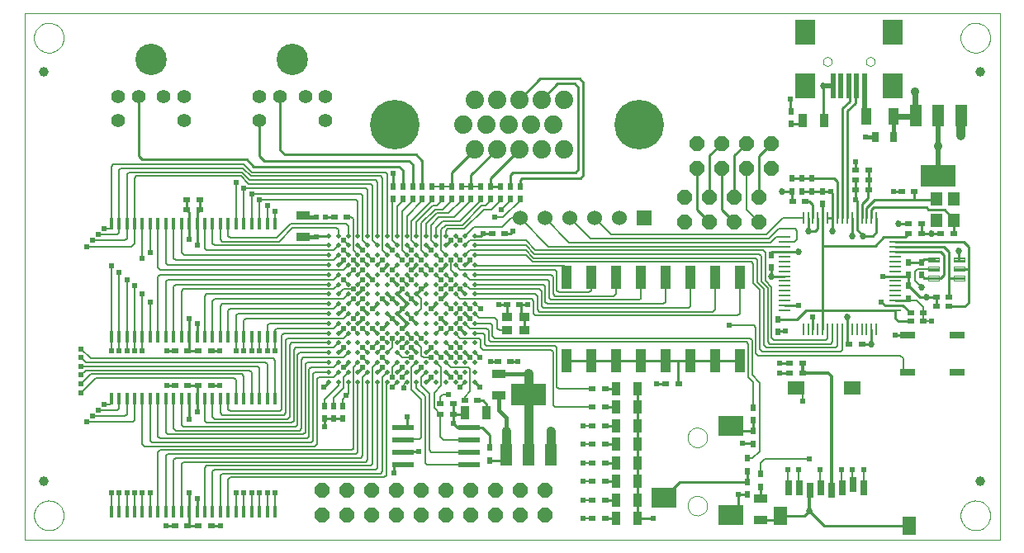
<source format=gtl>
G75*
G70*
%OFA0B0*%
%FSLAX24Y24*%
%IPPOS*%
%LPD*%
%AMOC8*
5,1,8,0,0,1.08239X$1,22.5*
%
%ADD10C,0.0000*%
%ADD11R,0.0870X0.0240*%
%ADD12R,0.0106X0.0472*%
%ADD13R,0.0472X0.0106*%
%ADD14R,0.0276X0.0236*%
%ADD15R,0.0236X0.0276*%
%ADD16R,0.0197X0.0984*%
%ADD17R,0.0787X0.0984*%
%ADD18R,0.0472X0.0551*%
%ADD19C,0.0043*%
%ADD20R,0.0709X0.0551*%
%ADD21R,0.0551X0.0748*%
%ADD22R,0.0315X0.0591*%
%ADD23R,0.0354X0.0551*%
%ADD24R,0.0433X0.0354*%
%ADD25R,0.0551X0.0354*%
%ADD26R,0.0157X0.0512*%
%ADD27C,0.0197*%
%ADD28C,0.0554*%
%ADD29C,0.1266*%
%ADD30OC8,0.0600*%
%ADD31C,0.0740*%
%ADD32C,0.2000*%
%ADD33R,0.0480X0.0880*%
%ADD34R,0.1417X0.0866*%
%ADD35R,0.0315X0.0394*%
%ADD36R,0.0600X0.0600*%
%ADD37C,0.0600*%
%ADD38R,0.0600X0.0300*%
%ADD39R,0.0984X0.0787*%
%ADD40R,0.0445X0.0961*%
%ADD41R,0.0394X0.0709*%
%ADD42C,0.0394*%
%ADD43C,0.0100*%
%ADD44C,0.0270*%
%ADD45C,0.0238*%
%ADD46C,0.0200*%
%ADD47C,0.0356*%
%ADD48C,0.0080*%
%ADD49C,0.0070*%
%ADD50C,0.0360*%
%ADD51C,0.0160*%
%ADD52C,0.0120*%
%ADD53C,0.0060*%
%ADD54C,0.0240*%
D10*
X000150Y001988D02*
X000150Y023248D01*
X039520Y023248D01*
X039520Y001988D01*
X000150Y001988D01*
X000534Y002973D02*
X000536Y003022D01*
X000542Y003070D01*
X000552Y003118D01*
X000566Y003165D01*
X000583Y003211D01*
X000604Y003255D01*
X000629Y003297D01*
X000657Y003337D01*
X000689Y003375D01*
X000723Y003410D01*
X000760Y003442D01*
X000799Y003471D01*
X000841Y003497D01*
X000885Y003519D01*
X000930Y003537D01*
X000977Y003552D01*
X001024Y003563D01*
X001073Y003570D01*
X001122Y003573D01*
X001171Y003572D01*
X001219Y003567D01*
X001268Y003558D01*
X001315Y003545D01*
X001361Y003528D01*
X001405Y003508D01*
X001448Y003484D01*
X001489Y003457D01*
X001527Y003426D01*
X001563Y003393D01*
X001595Y003357D01*
X001625Y003318D01*
X001652Y003277D01*
X001675Y003233D01*
X001694Y003188D01*
X001710Y003142D01*
X001722Y003095D01*
X001730Y003046D01*
X001734Y002997D01*
X001734Y002949D01*
X001730Y002900D01*
X001722Y002851D01*
X001710Y002804D01*
X001694Y002758D01*
X001675Y002713D01*
X001652Y002669D01*
X001625Y002628D01*
X001595Y002589D01*
X001563Y002553D01*
X001527Y002520D01*
X001489Y002489D01*
X001448Y002462D01*
X001405Y002438D01*
X001361Y002418D01*
X001315Y002401D01*
X001268Y002388D01*
X001219Y002379D01*
X001171Y002374D01*
X001122Y002373D01*
X001073Y002376D01*
X001024Y002383D01*
X000977Y002394D01*
X000930Y002409D01*
X000885Y002427D01*
X000841Y002449D01*
X000799Y002475D01*
X000760Y002504D01*
X000723Y002536D01*
X000689Y002571D01*
X000657Y002609D01*
X000629Y002649D01*
X000604Y002691D01*
X000583Y002735D01*
X000566Y002781D01*
X000552Y002828D01*
X000542Y002876D01*
X000536Y002924D01*
X000534Y002973D01*
X026921Y003366D02*
X026923Y003405D01*
X026929Y003444D01*
X026939Y003482D01*
X026952Y003519D01*
X026969Y003554D01*
X026989Y003588D01*
X027013Y003619D01*
X027040Y003648D01*
X027069Y003674D01*
X027101Y003697D01*
X027135Y003717D01*
X027171Y003733D01*
X027208Y003745D01*
X027247Y003754D01*
X027286Y003759D01*
X027325Y003760D01*
X027364Y003757D01*
X027403Y003750D01*
X027440Y003739D01*
X027477Y003725D01*
X027512Y003707D01*
X027545Y003686D01*
X027576Y003661D01*
X027604Y003634D01*
X027629Y003604D01*
X027651Y003571D01*
X027670Y003537D01*
X027685Y003501D01*
X027697Y003463D01*
X027705Y003425D01*
X027709Y003386D01*
X027709Y003346D01*
X027705Y003307D01*
X027697Y003269D01*
X027685Y003231D01*
X027670Y003195D01*
X027651Y003161D01*
X027629Y003128D01*
X027604Y003098D01*
X027576Y003071D01*
X027545Y003046D01*
X027512Y003025D01*
X027477Y003007D01*
X027440Y002993D01*
X027403Y002982D01*
X027364Y002975D01*
X027325Y002972D01*
X027286Y002973D01*
X027247Y002978D01*
X027208Y002987D01*
X027171Y002999D01*
X027135Y003015D01*
X027101Y003035D01*
X027069Y003058D01*
X027040Y003084D01*
X027013Y003113D01*
X026989Y003144D01*
X026969Y003178D01*
X026952Y003213D01*
X026939Y003250D01*
X026929Y003288D01*
X026923Y003327D01*
X026921Y003366D01*
X026921Y006122D02*
X026923Y006161D01*
X026929Y006200D01*
X026939Y006238D01*
X026952Y006275D01*
X026969Y006310D01*
X026989Y006344D01*
X027013Y006375D01*
X027040Y006404D01*
X027069Y006430D01*
X027101Y006453D01*
X027135Y006473D01*
X027171Y006489D01*
X027208Y006501D01*
X027247Y006510D01*
X027286Y006515D01*
X027325Y006516D01*
X027364Y006513D01*
X027403Y006506D01*
X027440Y006495D01*
X027477Y006481D01*
X027512Y006463D01*
X027545Y006442D01*
X027576Y006417D01*
X027604Y006390D01*
X027629Y006360D01*
X027651Y006327D01*
X027670Y006293D01*
X027685Y006257D01*
X027697Y006219D01*
X027705Y006181D01*
X027709Y006142D01*
X027709Y006102D01*
X027705Y006063D01*
X027697Y006025D01*
X027685Y005987D01*
X027670Y005951D01*
X027651Y005917D01*
X027629Y005884D01*
X027604Y005854D01*
X027576Y005827D01*
X027545Y005802D01*
X027512Y005781D01*
X027477Y005763D01*
X027440Y005749D01*
X027403Y005738D01*
X027364Y005731D01*
X027325Y005728D01*
X027286Y005729D01*
X027247Y005734D01*
X027208Y005743D01*
X027171Y005755D01*
X027135Y005771D01*
X027101Y005791D01*
X027069Y005814D01*
X027040Y005840D01*
X027013Y005869D01*
X026989Y005900D01*
X026969Y005934D01*
X026952Y005969D01*
X026939Y006006D01*
X026929Y006044D01*
X026923Y006083D01*
X026921Y006122D01*
X037936Y002973D02*
X037938Y003022D01*
X037944Y003070D01*
X037954Y003118D01*
X037968Y003165D01*
X037985Y003211D01*
X038006Y003255D01*
X038031Y003297D01*
X038059Y003337D01*
X038091Y003375D01*
X038125Y003410D01*
X038162Y003442D01*
X038201Y003471D01*
X038243Y003497D01*
X038287Y003519D01*
X038332Y003537D01*
X038379Y003552D01*
X038426Y003563D01*
X038475Y003570D01*
X038524Y003573D01*
X038573Y003572D01*
X038621Y003567D01*
X038670Y003558D01*
X038717Y003545D01*
X038763Y003528D01*
X038807Y003508D01*
X038850Y003484D01*
X038891Y003457D01*
X038929Y003426D01*
X038965Y003393D01*
X038997Y003357D01*
X039027Y003318D01*
X039054Y003277D01*
X039077Y003233D01*
X039096Y003188D01*
X039112Y003142D01*
X039124Y003095D01*
X039132Y003046D01*
X039136Y002997D01*
X039136Y002949D01*
X039132Y002900D01*
X039124Y002851D01*
X039112Y002804D01*
X039096Y002758D01*
X039077Y002713D01*
X039054Y002669D01*
X039027Y002628D01*
X038997Y002589D01*
X038965Y002553D01*
X038929Y002520D01*
X038891Y002489D01*
X038850Y002462D01*
X038807Y002438D01*
X038763Y002418D01*
X038717Y002401D01*
X038670Y002388D01*
X038621Y002379D01*
X038573Y002374D01*
X038524Y002373D01*
X038475Y002376D01*
X038426Y002383D01*
X038379Y002394D01*
X038332Y002409D01*
X038287Y002427D01*
X038243Y002449D01*
X038201Y002475D01*
X038162Y002504D01*
X038125Y002536D01*
X038091Y002571D01*
X038059Y002609D01*
X038031Y002649D01*
X038006Y002691D01*
X037985Y002735D01*
X037968Y002781D01*
X037954Y002828D01*
X037944Y002876D01*
X037938Y002924D01*
X037936Y002973D01*
X034117Y021305D02*
X034119Y021331D01*
X034125Y021357D01*
X034135Y021382D01*
X034148Y021405D01*
X034164Y021425D01*
X034184Y021443D01*
X034206Y021458D01*
X034229Y021470D01*
X034255Y021478D01*
X034281Y021482D01*
X034307Y021482D01*
X034333Y021478D01*
X034359Y021470D01*
X034383Y021458D01*
X034404Y021443D01*
X034424Y021425D01*
X034440Y021405D01*
X034453Y021382D01*
X034463Y021357D01*
X034469Y021331D01*
X034471Y021305D01*
X034469Y021279D01*
X034463Y021253D01*
X034453Y021228D01*
X034440Y021205D01*
X034424Y021185D01*
X034404Y021167D01*
X034382Y021152D01*
X034359Y021140D01*
X034333Y021132D01*
X034307Y021128D01*
X034281Y021128D01*
X034255Y021132D01*
X034229Y021140D01*
X034205Y021152D01*
X034184Y021167D01*
X034164Y021185D01*
X034148Y021205D01*
X034135Y021228D01*
X034125Y021253D01*
X034119Y021279D01*
X034117Y021305D01*
X032384Y021305D02*
X032386Y021331D01*
X032392Y021357D01*
X032402Y021382D01*
X032415Y021405D01*
X032431Y021425D01*
X032451Y021443D01*
X032473Y021458D01*
X032496Y021470D01*
X032522Y021478D01*
X032548Y021482D01*
X032574Y021482D01*
X032600Y021478D01*
X032626Y021470D01*
X032650Y021458D01*
X032671Y021443D01*
X032691Y021425D01*
X032707Y021405D01*
X032720Y021382D01*
X032730Y021357D01*
X032736Y021331D01*
X032738Y021305D01*
X032736Y021279D01*
X032730Y021253D01*
X032720Y021228D01*
X032707Y021205D01*
X032691Y021185D01*
X032671Y021167D01*
X032649Y021152D01*
X032626Y021140D01*
X032600Y021132D01*
X032574Y021128D01*
X032548Y021128D01*
X032522Y021132D01*
X032496Y021140D01*
X032472Y021152D01*
X032451Y021167D01*
X032431Y021185D01*
X032415Y021205D01*
X032402Y021228D01*
X032392Y021253D01*
X032386Y021279D01*
X032384Y021305D01*
X037936Y022264D02*
X037938Y022313D01*
X037944Y022361D01*
X037954Y022409D01*
X037968Y022456D01*
X037985Y022502D01*
X038006Y022546D01*
X038031Y022588D01*
X038059Y022628D01*
X038091Y022666D01*
X038125Y022701D01*
X038162Y022733D01*
X038201Y022762D01*
X038243Y022788D01*
X038287Y022810D01*
X038332Y022828D01*
X038379Y022843D01*
X038426Y022854D01*
X038475Y022861D01*
X038524Y022864D01*
X038573Y022863D01*
X038621Y022858D01*
X038670Y022849D01*
X038717Y022836D01*
X038763Y022819D01*
X038807Y022799D01*
X038850Y022775D01*
X038891Y022748D01*
X038929Y022717D01*
X038965Y022684D01*
X038997Y022648D01*
X039027Y022609D01*
X039054Y022568D01*
X039077Y022524D01*
X039096Y022479D01*
X039112Y022433D01*
X039124Y022386D01*
X039132Y022337D01*
X039136Y022288D01*
X039136Y022240D01*
X039132Y022191D01*
X039124Y022142D01*
X039112Y022095D01*
X039096Y022049D01*
X039077Y022004D01*
X039054Y021960D01*
X039027Y021919D01*
X038997Y021880D01*
X038965Y021844D01*
X038929Y021811D01*
X038891Y021780D01*
X038850Y021753D01*
X038807Y021729D01*
X038763Y021709D01*
X038717Y021692D01*
X038670Y021679D01*
X038621Y021670D01*
X038573Y021665D01*
X038524Y021664D01*
X038475Y021667D01*
X038426Y021674D01*
X038379Y021685D01*
X038332Y021700D01*
X038287Y021718D01*
X038243Y021740D01*
X038201Y021766D01*
X038162Y021795D01*
X038125Y021827D01*
X038091Y021862D01*
X038059Y021900D01*
X038031Y021940D01*
X038006Y021982D01*
X037985Y022026D01*
X037968Y022072D01*
X037954Y022119D01*
X037944Y022167D01*
X037938Y022215D01*
X037936Y022264D01*
X000534Y022264D02*
X000536Y022313D01*
X000542Y022361D01*
X000552Y022409D01*
X000566Y022456D01*
X000583Y022502D01*
X000604Y022546D01*
X000629Y022588D01*
X000657Y022628D01*
X000689Y022666D01*
X000723Y022701D01*
X000760Y022733D01*
X000799Y022762D01*
X000841Y022788D01*
X000885Y022810D01*
X000930Y022828D01*
X000977Y022843D01*
X001024Y022854D01*
X001073Y022861D01*
X001122Y022864D01*
X001171Y022863D01*
X001219Y022858D01*
X001268Y022849D01*
X001315Y022836D01*
X001361Y022819D01*
X001405Y022799D01*
X001448Y022775D01*
X001489Y022748D01*
X001527Y022717D01*
X001563Y022684D01*
X001595Y022648D01*
X001625Y022609D01*
X001652Y022568D01*
X001675Y022524D01*
X001694Y022479D01*
X001710Y022433D01*
X001722Y022386D01*
X001730Y022337D01*
X001734Y022288D01*
X001734Y022240D01*
X001730Y022191D01*
X001722Y022142D01*
X001710Y022095D01*
X001694Y022049D01*
X001675Y022004D01*
X001652Y021960D01*
X001625Y021919D01*
X001595Y021880D01*
X001563Y021844D01*
X001527Y021811D01*
X001489Y021780D01*
X001448Y021753D01*
X001405Y021729D01*
X001361Y021709D01*
X001315Y021692D01*
X001268Y021679D01*
X001219Y021670D01*
X001171Y021665D01*
X001122Y021664D01*
X001073Y021667D01*
X001024Y021674D01*
X000977Y021685D01*
X000930Y021700D01*
X000885Y021718D01*
X000841Y021740D01*
X000799Y021766D01*
X000760Y021795D01*
X000723Y021827D01*
X000689Y021862D01*
X000657Y021900D01*
X000629Y021940D01*
X000604Y021982D01*
X000583Y022026D01*
X000566Y022072D01*
X000552Y022119D01*
X000542Y022167D01*
X000536Y022215D01*
X000534Y022264D01*
D11*
X015434Y006518D03*
X015434Y006018D03*
X015434Y005518D03*
X015434Y005018D03*
X018084Y005018D03*
X018084Y005518D03*
X018084Y006018D03*
X018084Y006518D03*
D12*
X031587Y010492D03*
X031784Y010492D03*
X031981Y010492D03*
X032178Y010492D03*
X032374Y010492D03*
X032571Y010492D03*
X032768Y010492D03*
X032965Y010492D03*
X033162Y010492D03*
X033359Y010492D03*
X033556Y010492D03*
X033752Y010492D03*
X033949Y010492D03*
X034146Y010492D03*
X034343Y010492D03*
X034540Y010492D03*
X034540Y014981D03*
X034343Y014981D03*
X034146Y014981D03*
X033949Y014981D03*
X033752Y014981D03*
X033556Y014981D03*
X033359Y014981D03*
X033162Y014981D03*
X032965Y014981D03*
X032768Y014981D03*
X032571Y014981D03*
X032374Y014981D03*
X032178Y014981D03*
X031981Y014981D03*
X031784Y014981D03*
X031587Y014981D03*
D13*
X030819Y014213D03*
X030819Y014016D03*
X030819Y013819D03*
X030819Y013622D03*
X030819Y013425D03*
X030819Y013229D03*
X030819Y013032D03*
X030819Y012835D03*
X030819Y012638D03*
X030819Y012441D03*
X030819Y012244D03*
X030819Y012047D03*
X030819Y011851D03*
X030819Y011654D03*
X030819Y011457D03*
X030819Y011260D03*
X035307Y011260D03*
X035307Y011457D03*
X035307Y011654D03*
X035307Y011851D03*
X035307Y012047D03*
X035307Y012244D03*
X035307Y012441D03*
X035307Y012638D03*
X035307Y012835D03*
X035307Y013032D03*
X035307Y013229D03*
X035307Y013425D03*
X035307Y013622D03*
X035307Y013819D03*
X035307Y014016D03*
X035307Y014213D03*
D14*
X035837Y014351D03*
X036353Y014351D03*
X036353Y014744D03*
X035837Y014744D03*
X037136Y014351D03*
X037652Y014351D03*
X036067Y016063D03*
X035552Y016063D03*
X034227Y016122D03*
X034227Y016516D03*
X034227Y016910D03*
X033711Y016910D03*
X033711Y016516D03*
X033711Y016122D03*
X031668Y015650D03*
X031152Y015650D03*
X036959Y011801D03*
X036959Y011408D03*
X036431Y011162D03*
X035916Y011162D03*
X035916Y010807D03*
X036431Y010807D03*
X037475Y011408D03*
X037475Y011801D03*
X033951Y009882D03*
X033436Y009882D03*
X031550Y009114D03*
X031550Y008721D03*
X031034Y008721D03*
X031034Y009114D03*
X026550Y008288D03*
X026034Y008288D03*
X023597Y008091D03*
X023081Y008091D03*
X023081Y007343D03*
X023597Y007343D03*
X023597Y006595D03*
X023081Y006595D03*
X023081Y005847D03*
X023597Y005847D03*
X023597Y005099D03*
X023081Y005099D03*
X023081Y004351D03*
X023597Y004351D03*
X023597Y003603D03*
X023081Y003603D03*
X023081Y002855D03*
X023597Y002855D03*
X017455Y007067D03*
X017455Y007500D03*
X016939Y007500D03*
X016939Y007067D03*
X017924Y007618D03*
X018439Y007618D03*
X019262Y009193D03*
X019778Y009193D03*
X019617Y011477D03*
X020132Y011477D03*
X019542Y014351D03*
X019026Y014351D03*
X013174Y015020D03*
X012658Y015020D03*
X007219Y015335D03*
X007219Y015729D03*
X006703Y015729D03*
X006703Y015335D03*
X006746Y009626D03*
X006231Y009626D03*
X007176Y009626D03*
X007691Y009626D03*
X007691Y008209D03*
X007176Y008209D03*
X006746Y008209D03*
X006231Y008209D03*
X006231Y002540D03*
X006746Y002540D03*
X007176Y002540D03*
X007691Y002540D03*
D15*
X012276Y006888D03*
X012630Y006888D03*
X012985Y006888D03*
X012985Y007404D03*
X012630Y007404D03*
X012276Y007404D03*
X018930Y005711D03*
X018930Y005195D03*
X029323Y005278D03*
X029323Y004762D03*
X029323Y004333D03*
X029323Y003817D03*
X029874Y004132D03*
X029874Y004648D03*
X029559Y005864D03*
X029559Y006380D03*
X029559Y006809D03*
X029559Y007325D03*
X030554Y010382D03*
X030554Y010898D03*
X030307Y012990D03*
X030307Y013506D03*
X032374Y015550D03*
X032374Y016065D03*
X031922Y016061D03*
X031528Y016061D03*
X031134Y016061D03*
X031134Y016577D03*
X031528Y016577D03*
X031922Y016577D03*
X031095Y018778D03*
X031095Y019293D03*
X035829Y013191D03*
X036361Y013191D03*
X036361Y012676D03*
X035829Y012676D03*
X035829Y012246D03*
X035829Y011731D03*
X020150Y015746D03*
X019756Y015746D03*
X019363Y015746D03*
X018969Y015746D03*
X018575Y015746D03*
X018181Y015746D03*
X017788Y015746D03*
X017394Y015746D03*
X017000Y015746D03*
X016607Y015746D03*
X016213Y015746D03*
X015819Y015746D03*
X015426Y015746D03*
X015032Y015746D03*
X015032Y016262D03*
X015426Y016262D03*
X015819Y016262D03*
X016213Y016262D03*
X016607Y016262D03*
X017000Y016262D03*
X017394Y016262D03*
X017788Y016262D03*
X018181Y016262D03*
X018575Y016262D03*
X018969Y016262D03*
X019363Y016262D03*
X019756Y016262D03*
X020150Y016262D03*
D16*
X032798Y020321D03*
X033113Y020321D03*
X033428Y020321D03*
X033743Y020321D03*
X034057Y020321D03*
D17*
X035199Y020321D03*
X035199Y022486D03*
X031656Y022486D03*
X031656Y020321D03*
D18*
X036961Y015768D03*
X037670Y015768D03*
X037670Y014902D03*
X036961Y014902D03*
D19*
X036638Y013394D02*
X036638Y013220D01*
X036638Y013394D02*
X037068Y013394D01*
X037068Y013220D01*
X036638Y013220D01*
X036638Y013262D02*
X037068Y013262D01*
X037068Y013304D02*
X036638Y013304D01*
X036638Y013346D02*
X037068Y013346D01*
X037068Y013388D02*
X036638Y013388D01*
X036638Y013020D02*
X036638Y012846D01*
X036638Y013020D02*
X037068Y013020D01*
X037068Y012846D01*
X036638Y012846D01*
X036638Y012888D02*
X037068Y012888D01*
X037068Y012930D02*
X036638Y012930D01*
X036638Y012972D02*
X037068Y012972D01*
X037068Y013014D02*
X036638Y013014D01*
X036638Y012646D02*
X036638Y012472D01*
X036638Y012646D02*
X037068Y012646D01*
X037068Y012472D01*
X036638Y012472D01*
X036638Y012514D02*
X037068Y012514D01*
X037068Y012556D02*
X036638Y012556D01*
X036638Y012598D02*
X037068Y012598D01*
X037068Y012640D02*
X036638Y012640D01*
X037661Y012646D02*
X037661Y012472D01*
X037661Y012646D02*
X038091Y012646D01*
X038091Y012472D01*
X037661Y012472D01*
X037661Y012514D02*
X038091Y012514D01*
X038091Y012556D02*
X037661Y012556D01*
X037661Y012598D02*
X038091Y012598D01*
X038091Y012640D02*
X037661Y012640D01*
X037661Y012846D02*
X037661Y013020D01*
X038091Y013020D01*
X038091Y012846D01*
X037661Y012846D01*
X037661Y012888D02*
X038091Y012888D01*
X038091Y012930D02*
X037661Y012930D01*
X037661Y012972D02*
X038091Y012972D01*
X038091Y013014D02*
X037661Y013014D01*
X037661Y013220D02*
X037661Y013394D01*
X038091Y013394D01*
X038091Y013220D01*
X037661Y013220D01*
X037661Y013262D02*
X038091Y013262D01*
X038091Y013304D02*
X037661Y013304D01*
X037661Y013346D02*
X038091Y013346D01*
X038091Y013388D02*
X037661Y013388D01*
D20*
X033556Y008132D03*
X031311Y008132D03*
D21*
X030681Y002955D03*
X035859Y002561D03*
D22*
X034024Y004077D03*
X033591Y004234D03*
X033158Y004077D03*
X032725Y003998D03*
X032292Y004077D03*
X031859Y003998D03*
X031426Y004077D03*
X030993Y004077D03*
D23*
X024914Y004351D03*
X024048Y004351D03*
X024048Y005099D03*
X024914Y005099D03*
X024914Y005847D03*
X024048Y005847D03*
X024048Y006595D03*
X024914Y006595D03*
X024914Y007343D03*
X024048Y007343D03*
X024048Y008091D03*
X024914Y008091D03*
X018811Y007107D03*
X017945Y007107D03*
X024048Y003603D03*
X024048Y002855D03*
X024914Y002855D03*
X024914Y003603D03*
X031567Y018918D03*
X032433Y018918D03*
D24*
X020347Y011004D03*
X020347Y010453D03*
X019638Y010453D03*
X019638Y011004D03*
D25*
X019284Y008681D03*
X019284Y007815D03*
X011410Y014233D03*
X011410Y015099D03*
X029874Y003642D03*
X029874Y002776D03*
D26*
X010268Y003130D03*
X009953Y003130D03*
X009638Y003130D03*
X009323Y003130D03*
X009008Y003130D03*
X008693Y003130D03*
X008378Y003130D03*
X008063Y003130D03*
X007748Y003130D03*
X007433Y003130D03*
X007119Y003130D03*
X006804Y003130D03*
X006489Y003130D03*
X006174Y003130D03*
X005859Y003130D03*
X005544Y003130D03*
X005229Y003130D03*
X004914Y003130D03*
X004599Y003130D03*
X004284Y003130D03*
X003969Y003130D03*
X003654Y003130D03*
X003654Y007697D03*
X003969Y007697D03*
X004284Y007697D03*
X004599Y007697D03*
X004914Y007697D03*
X005229Y007697D03*
X005544Y007697D03*
X005859Y007697D03*
X006174Y007697D03*
X006489Y007697D03*
X006804Y007697D03*
X007119Y007697D03*
X007433Y007697D03*
X007748Y007697D03*
X008063Y007697D03*
X008378Y007697D03*
X008693Y007697D03*
X009008Y007697D03*
X009323Y007697D03*
X009638Y007697D03*
X009953Y007697D03*
X010268Y007697D03*
X010268Y010177D03*
X009953Y010177D03*
X009638Y010177D03*
X009323Y010177D03*
X009008Y010177D03*
X008693Y010177D03*
X008378Y010177D03*
X008063Y010177D03*
X007748Y010177D03*
X007433Y010177D03*
X007119Y010177D03*
X006804Y010177D03*
X006489Y010177D03*
X006174Y010177D03*
X005859Y010177D03*
X005544Y010177D03*
X005229Y010177D03*
X004914Y010177D03*
X004599Y010177D03*
X004284Y010177D03*
X003969Y010177D03*
X003654Y010177D03*
X003654Y014744D03*
X003969Y014744D03*
X004284Y014744D03*
X004599Y014744D03*
X004914Y014744D03*
X005229Y014744D03*
X005544Y014744D03*
X005859Y014744D03*
X006174Y014744D03*
X006489Y014744D03*
X006804Y014744D03*
X007119Y014744D03*
X007433Y014744D03*
X007748Y014744D03*
X008063Y014744D03*
X008378Y014744D03*
X008693Y014744D03*
X009008Y014744D03*
X009323Y014744D03*
X009638Y014744D03*
X009953Y014744D03*
X010268Y014744D03*
D27*
X012433Y014272D03*
X012827Y014272D03*
X013221Y014272D03*
X013615Y014272D03*
X014008Y014272D03*
X014402Y014272D03*
X014796Y014272D03*
X015189Y014272D03*
X015583Y014272D03*
X015977Y014272D03*
X016370Y014272D03*
X016764Y014272D03*
X017158Y014272D03*
X017552Y014272D03*
X017945Y014272D03*
X018339Y014272D03*
X018339Y013878D03*
X018339Y013484D03*
X017945Y013484D03*
X017552Y013484D03*
X017158Y013484D03*
X016764Y013484D03*
X016370Y013484D03*
X015977Y013484D03*
X015583Y013484D03*
X015189Y013484D03*
X014796Y013484D03*
X014402Y013484D03*
X014008Y013484D03*
X013615Y013484D03*
X013221Y013484D03*
X012827Y013484D03*
X012433Y013484D03*
X012433Y013878D03*
X012827Y013878D03*
X013221Y013878D03*
X013615Y013878D03*
X014008Y013878D03*
X014402Y013878D03*
X014796Y013878D03*
X015189Y013878D03*
X015583Y013878D03*
X015977Y013878D03*
X016370Y013878D03*
X016764Y013878D03*
X017158Y013878D03*
X017552Y013878D03*
X017945Y013878D03*
X017945Y013091D03*
X017552Y013091D03*
X017552Y012697D03*
X017945Y012697D03*
X018339Y012697D03*
X018339Y013091D03*
X018339Y012303D03*
X018339Y011910D03*
X017945Y011910D03*
X017945Y012303D03*
X017552Y012303D03*
X017552Y011910D03*
X017158Y011910D03*
X017158Y012303D03*
X016764Y012303D03*
X016764Y011910D03*
X016370Y011910D03*
X015977Y011910D03*
X015977Y012303D03*
X016370Y012303D03*
X016370Y012697D03*
X015977Y012697D03*
X015977Y013091D03*
X016370Y013091D03*
X016764Y013091D03*
X017158Y013091D03*
X017158Y012697D03*
X016764Y012697D03*
X015583Y012697D03*
X015189Y012697D03*
X014796Y012697D03*
X014796Y013091D03*
X015189Y013091D03*
X015583Y013091D03*
X015583Y012303D03*
X015583Y011910D03*
X015189Y011910D03*
X014796Y011910D03*
X014796Y012303D03*
X015189Y012303D03*
X014402Y012303D03*
X014402Y011910D03*
X014008Y011910D03*
X014008Y012303D03*
X013615Y012303D03*
X013615Y011910D03*
X013221Y011910D03*
X013221Y012303D03*
X012827Y012303D03*
X012827Y011910D03*
X012433Y011910D03*
X012433Y012303D03*
X012433Y012697D03*
X012433Y013091D03*
X012827Y013091D03*
X013221Y013091D03*
X013615Y013091D03*
X014008Y013091D03*
X014008Y012697D03*
X013615Y012697D03*
X013221Y012697D03*
X012827Y012697D03*
X014402Y012697D03*
X014402Y013091D03*
X014402Y011516D03*
X014796Y011516D03*
X015189Y011516D03*
X015189Y011122D03*
X014796Y011122D03*
X014402Y011122D03*
X014008Y011122D03*
X013615Y011122D03*
X013615Y011516D03*
X014008Y011516D03*
X013221Y011516D03*
X013221Y011122D03*
X012827Y011122D03*
X012433Y011122D03*
X012433Y011516D03*
X012827Y011516D03*
X012827Y010729D03*
X012433Y010729D03*
X012433Y010335D03*
X012433Y009941D03*
X012827Y009941D03*
X013221Y009941D03*
X013615Y009941D03*
X014008Y009941D03*
X014008Y010335D03*
X013615Y010335D03*
X013221Y010335D03*
X012827Y010335D03*
X013221Y010729D03*
X013615Y010729D03*
X014008Y010729D03*
X014402Y010729D03*
X014796Y010729D03*
X015189Y010729D03*
X015583Y010729D03*
X015977Y010729D03*
X016370Y010729D03*
X016764Y010729D03*
X017158Y010729D03*
X017552Y010729D03*
X017945Y010729D03*
X018339Y010729D03*
X018339Y011122D03*
X017945Y011122D03*
X017552Y011122D03*
X017552Y011516D03*
X017945Y011516D03*
X018339Y011516D03*
X017158Y011516D03*
X017158Y011122D03*
X016764Y011122D03*
X016370Y011122D03*
X015977Y011122D03*
X015583Y011122D03*
X015583Y011516D03*
X015977Y011516D03*
X016370Y011516D03*
X016764Y011516D03*
X016764Y010335D03*
X016370Y010335D03*
X015977Y010335D03*
X015977Y009941D03*
X016370Y009941D03*
X016764Y009941D03*
X017158Y009941D03*
X017552Y009941D03*
X017945Y009941D03*
X017945Y010335D03*
X017552Y010335D03*
X017158Y010335D03*
X017158Y009547D03*
X017158Y009154D03*
X017552Y009154D03*
X017945Y009154D03*
X017945Y009547D03*
X017552Y009547D03*
X018339Y009547D03*
X018339Y009154D03*
X018339Y008760D03*
X018339Y008366D03*
X017945Y008366D03*
X017552Y008366D03*
X017552Y008760D03*
X017945Y008760D03*
X017158Y008760D03*
X017158Y008366D03*
X016764Y008366D03*
X016370Y008366D03*
X015977Y008366D03*
X015583Y008366D03*
X015189Y008366D03*
X014796Y008366D03*
X014402Y008366D03*
X014008Y008366D03*
X013615Y008366D03*
X013615Y008760D03*
X014008Y008760D03*
X014402Y008760D03*
X014796Y008760D03*
X015189Y008760D03*
X015583Y008760D03*
X015977Y008760D03*
X016370Y008760D03*
X016764Y008760D03*
X016764Y009154D03*
X016764Y009547D03*
X016370Y009547D03*
X016370Y009154D03*
X015977Y009154D03*
X015977Y009547D03*
X015583Y009547D03*
X015583Y009154D03*
X015189Y009154D03*
X014796Y009154D03*
X014796Y009547D03*
X015189Y009547D03*
X015189Y009941D03*
X014796Y009941D03*
X014796Y010335D03*
X015189Y010335D03*
X015583Y010335D03*
X015583Y009941D03*
X014402Y009941D03*
X014402Y010335D03*
X014402Y009547D03*
X014402Y009154D03*
X014008Y009154D03*
X013615Y009154D03*
X013615Y009547D03*
X014008Y009547D03*
X013221Y009547D03*
X013221Y009154D03*
X012827Y009154D03*
X012827Y009547D03*
X012433Y009547D03*
X012433Y009154D03*
X012433Y008760D03*
X012433Y008366D03*
X012827Y008366D03*
X013221Y008366D03*
X013221Y008760D03*
X012827Y008760D03*
X018339Y009941D03*
X018339Y010335D03*
D28*
X012315Y018918D03*
X012315Y019902D03*
X011489Y019902D03*
X010465Y019902D03*
X009638Y019902D03*
X009638Y018918D03*
X006607Y018918D03*
X006607Y019902D03*
X005780Y019902D03*
X004756Y019902D03*
X003930Y019902D03*
X003930Y018918D03*
D29*
X005268Y021398D03*
X010977Y021398D03*
D30*
X026800Y015835D03*
X027800Y015835D03*
X028800Y015835D03*
X029800Y015835D03*
X029800Y014835D03*
X028800Y014835D03*
X027800Y014835D03*
X026800Y014835D03*
X027300Y017000D03*
X028300Y017000D03*
X029300Y017000D03*
X030300Y017000D03*
X030300Y018000D03*
X029300Y018000D03*
X028300Y018000D03*
X027300Y018000D03*
X021150Y003988D03*
X020150Y003988D03*
X019150Y003988D03*
X018150Y003988D03*
X017150Y003988D03*
X016150Y003988D03*
X015150Y003988D03*
X014150Y003988D03*
X013150Y003988D03*
X012150Y003988D03*
X012150Y002988D03*
X013150Y002988D03*
X014150Y002988D03*
X015150Y002988D03*
X016150Y002988D03*
X017150Y002988D03*
X018150Y002988D03*
X019150Y002988D03*
X020150Y002988D03*
X021150Y002988D03*
D31*
X021036Y017768D03*
X020134Y017768D03*
X019233Y017768D03*
X018331Y017768D03*
X017882Y018768D03*
X018784Y018768D03*
X019685Y018768D03*
X020587Y018768D03*
X021489Y018768D03*
X021937Y019768D03*
X021036Y019768D03*
X020134Y019768D03*
X019233Y019768D03*
X018331Y019768D03*
X021937Y017768D03*
D32*
X024953Y018768D03*
X015111Y018768D03*
D33*
X019594Y005414D03*
X020504Y005414D03*
X021414Y005414D03*
X036130Y019114D03*
X037040Y019114D03*
X037950Y019114D03*
D34*
X037040Y016674D03*
X020504Y007854D03*
D35*
X034510Y018248D03*
X035239Y018248D03*
D36*
X025150Y014988D03*
D37*
X024150Y014988D03*
X023150Y014988D03*
X022150Y014988D03*
X021150Y014988D03*
X020150Y014988D03*
D38*
X035804Y010258D03*
X037804Y010258D03*
X037804Y008758D03*
X035804Y008758D03*
D39*
X028674Y006595D03*
X025957Y003681D03*
X028674Y002973D03*
D40*
X029017Y009213D03*
X028017Y009213D03*
X027017Y009213D03*
X026017Y009213D03*
X025017Y009213D03*
X024017Y009213D03*
X023017Y009213D03*
X022017Y009213D03*
X022017Y012599D03*
X023017Y012599D03*
X024017Y012599D03*
X025017Y012599D03*
X026017Y012599D03*
X027017Y012599D03*
X028017Y012599D03*
X029017Y012599D03*
D41*
X034126Y019075D03*
X035229Y019075D03*
D42*
X038733Y020886D03*
X038733Y004351D03*
X000937Y004351D03*
X000937Y020886D03*
D43*
X004756Y019902D02*
X004756Y017500D01*
X004914Y017343D01*
X009126Y017343D01*
X009402Y017067D01*
X015268Y017067D01*
X015426Y016910D01*
X015426Y016262D01*
X015819Y016262D02*
X015819Y017146D01*
X015662Y017303D01*
X009835Y017303D01*
X009638Y017500D01*
X009638Y018918D01*
X010465Y019902D02*
X010465Y017736D01*
X010662Y017540D01*
X015977Y017540D01*
X016213Y017303D01*
X016213Y016262D01*
X017394Y016262D02*
X017394Y016831D01*
X018331Y017768D01*
X019233Y017768D02*
X018181Y016717D01*
X018181Y016280D01*
X018953Y016278D02*
X018953Y016587D01*
X020134Y017768D01*
X019874Y016831D02*
X022394Y016831D01*
X022512Y016949D01*
X022512Y020256D01*
X022355Y020414D01*
X021681Y020414D01*
X021036Y019768D01*
X020977Y020610D02*
X020134Y019768D01*
X020977Y020610D02*
X022552Y020610D01*
X022709Y020453D01*
X022709Y016713D01*
X022591Y016595D01*
X020229Y016595D01*
X020150Y016516D01*
X020150Y016262D01*
X019756Y016262D02*
X019756Y016713D01*
X019874Y016831D01*
X019363Y016262D02*
X018969Y016262D01*
X018953Y016278D01*
X019026Y014351D02*
X018674Y014351D01*
X018664Y014360D01*
X018575Y014272D01*
X018339Y014272D01*
X017355Y014075D02*
X017158Y013878D01*
X016567Y013681D02*
X016370Y013878D01*
X015780Y013681D02*
X015583Y013878D01*
X014993Y013681D02*
X014796Y013878D01*
X014796Y013091D02*
X014599Y012894D01*
X014993Y012500D02*
X015189Y012303D01*
X015386Y012107D02*
X015189Y011910D01*
X015583Y011516D01*
X015386Y011319D01*
X015189Y011122D01*
X015583Y010729D01*
X015386Y010532D01*
X015189Y010729D02*
X014993Y010925D01*
X014796Y011122D01*
X014796Y011516D02*
X014599Y011713D01*
X014796Y011910D02*
X014993Y011713D01*
X015189Y011516D01*
X015583Y011910D02*
X015780Y011713D01*
X015977Y011516D01*
X015583Y011122D02*
X015780Y010925D01*
X015977Y010729D01*
X015583Y010335D02*
X015780Y010138D01*
X015386Y010138D02*
X015189Y009941D01*
X015780Y009744D02*
X015977Y009547D01*
X016370Y009547D02*
X016567Y009744D01*
X017158Y009547D02*
X017355Y009351D01*
X017945Y009547D02*
X018142Y009351D01*
X018969Y009193D02*
X019262Y009193D01*
X019778Y009193D02*
X020071Y009193D01*
X018536Y008170D02*
X018339Y008366D01*
X018439Y007618D02*
X018654Y007618D01*
X018811Y007461D01*
X018811Y007107D01*
X018634Y006518D02*
X018084Y006518D01*
X018086Y006516D01*
X017630Y006516D01*
X017473Y006673D01*
X017455Y006691D01*
X017455Y007067D01*
X017906Y007067D01*
X017945Y007107D01*
X017455Y007067D02*
X017455Y007500D01*
X018634Y006518D02*
X018930Y006223D01*
X018930Y005711D01*
X018930Y005195D02*
X019375Y005195D01*
X019594Y005414D01*
X016056Y005571D02*
X015487Y005571D01*
X015434Y005518D01*
X015434Y005018D02*
X015071Y005097D01*
X015071Y004705D01*
X015434Y006518D02*
X015583Y006597D01*
X015583Y006949D01*
X016370Y008366D02*
X016567Y008563D01*
X016174Y008957D02*
X015977Y008760D01*
X015386Y008957D02*
X015189Y008760D01*
X014599Y008957D02*
X014402Y008760D01*
X013811Y008957D02*
X013615Y008760D01*
X013221Y009154D02*
X013024Y008957D01*
X012827Y009547D02*
X013024Y009744D01*
X012827Y010335D02*
X013024Y010532D01*
X013615Y010729D02*
X013811Y010925D01*
X014008Y011122D02*
X013811Y011319D01*
X014205Y011319D02*
X014402Y011516D01*
X013811Y012107D02*
X013615Y011910D01*
X014205Y012500D02*
X014008Y012697D01*
X013615Y013091D02*
X013418Y013288D01*
X013024Y013288D02*
X012827Y013091D01*
X013615Y013878D02*
X013811Y013681D01*
X012433Y014272D02*
X011961Y014272D01*
X011922Y014233D01*
X012315Y015020D02*
X012658Y015020D01*
X015032Y016262D02*
X015032Y016792D01*
X019542Y014351D02*
X019756Y014351D01*
X019874Y014469D01*
X018142Y013288D02*
X017945Y013091D01*
X017158Y013091D02*
X016961Y012894D01*
X016370Y012303D02*
X016174Y012107D01*
X015977Y011910D01*
X015780Y012500D02*
X015583Y012697D01*
X015780Y012894D02*
X015977Y013091D01*
X017158Y011910D02*
X016961Y011713D01*
X016764Y011516D02*
X016567Y011319D01*
X016961Y010925D02*
X017158Y010729D01*
X017748Y010532D02*
X017945Y010335D01*
X018142Y010925D02*
X017945Y011122D01*
X017945Y011910D02*
X017748Y012107D01*
X019284Y011477D02*
X019617Y011477D01*
X019617Y011101D01*
X019638Y011004D01*
X020189Y011122D02*
X020347Y011004D01*
X020347Y010453D01*
X020189Y011122D02*
X020189Y011419D01*
X020132Y011477D01*
X020465Y011477D01*
X022000Y009230D02*
X022017Y009213D01*
X023017Y009213D01*
X024017Y009213D01*
X025017Y009213D01*
X026017Y009213D01*
X026528Y009213D01*
X026528Y008309D01*
X026550Y008288D01*
X026034Y008288D02*
X025662Y008288D01*
X024914Y008091D02*
X024914Y007343D01*
X024914Y006595D01*
X024914Y005847D01*
X024914Y005099D01*
X024914Y004351D01*
X024914Y003603D01*
X024914Y002855D01*
X025544Y002855D01*
X025957Y003681D02*
X026609Y004333D01*
X029323Y004333D01*
X029323Y004762D01*
X029874Y004132D02*
X029874Y003642D01*
X029323Y003817D02*
X029302Y003839D01*
X028969Y003839D01*
X028969Y003268D01*
X028674Y002973D01*
X029874Y002776D02*
X030522Y002776D01*
X030701Y002955D01*
X031619Y002955D01*
X031833Y003170D01*
X032441Y002561D01*
X035859Y002561D01*
X030701Y002955D02*
X030681Y002955D01*
X029559Y005864D02*
X029538Y005886D01*
X029126Y005886D01*
X028888Y006380D02*
X029559Y006380D01*
X029559Y006809D01*
X028888Y006380D02*
X028674Y006595D01*
X030622Y008721D02*
X031034Y008721D01*
X031034Y009114D02*
X030622Y009114D01*
X029017Y009213D02*
X028017Y009213D01*
X027017Y009213D01*
X026528Y009213D01*
X028017Y009213D02*
X028024Y009206D01*
X030554Y010382D02*
X030585Y010414D01*
X030859Y010414D01*
X030554Y010898D02*
X031343Y010898D01*
X031705Y011260D01*
X032374Y011260D01*
X035307Y011260D01*
X035307Y010925D01*
X035426Y010807D01*
X035916Y010807D01*
X035916Y011162D02*
X035613Y011457D01*
X035307Y011457D01*
X034884Y011457D01*
X034737Y011605D01*
X035307Y011654D02*
X035790Y011654D01*
X035829Y011731D01*
X035908Y012195D02*
X036302Y011801D01*
X036567Y011801D01*
X036959Y011801D01*
X036959Y011408D01*
X037475Y011408D02*
X038103Y011408D01*
X038250Y011555D01*
X038250Y012933D01*
X037876Y012933D01*
X037876Y013307D02*
X037857Y013337D01*
X037857Y013671D01*
X037463Y013622D02*
X037463Y012540D01*
X037483Y012559D01*
X037876Y012559D01*
X037463Y012540D02*
X037463Y011860D01*
X037475Y011801D01*
X037138Y012559D02*
X036853Y012559D01*
X036479Y012559D01*
X036361Y012676D01*
X035829Y012676D02*
X035790Y012638D01*
X035307Y012638D01*
X034786Y012638D01*
X035829Y012676D02*
X035829Y012246D01*
X035829Y012195D02*
X035908Y012195D01*
X037138Y012559D02*
X037266Y012687D01*
X037266Y013475D01*
X037119Y013622D01*
X035307Y013622D01*
X035307Y013819D02*
X037266Y013819D01*
X037463Y013622D01*
X036853Y013307D02*
X036479Y013307D01*
X036361Y013191D01*
X035829Y013191D01*
X035307Y014016D02*
X038054Y014016D01*
X038250Y013819D01*
X038250Y012933D01*
X037652Y014351D02*
X037652Y014959D01*
X037670Y014902D01*
X037315Y015335D01*
X036646Y015335D01*
X036567Y015414D01*
X034441Y015414D01*
X034343Y015315D01*
X034343Y014981D01*
X034540Y014981D02*
X034540Y014410D01*
X034392Y014262D01*
X033998Y014262D01*
X033752Y014508D01*
X033752Y014981D01*
X033752Y015679D01*
X033703Y015729D01*
X033703Y016101D01*
X033711Y016122D01*
X033711Y016516D01*
X034195Y016103D02*
X034227Y016122D01*
X034227Y016516D01*
X034227Y016910D01*
X033711Y016910D02*
X033693Y016927D01*
X033693Y017264D01*
X032965Y016457D02*
X032845Y016577D01*
X031922Y016577D01*
X031528Y016577D01*
X031134Y016577D01*
X031134Y016061D02*
X031134Y015668D01*
X031152Y015650D01*
X031668Y015650D02*
X031843Y015650D01*
X031981Y015512D01*
X031981Y014981D01*
X032178Y014981D02*
X032178Y014557D01*
X032079Y014459D01*
X031784Y014459D01*
X031784Y014981D01*
X032374Y014981D02*
X032374Y015550D01*
X032768Y015984D02*
X032689Y016063D01*
X032689Y016065D01*
X032374Y016065D01*
X031922Y016065D01*
X031922Y016061D01*
X031528Y016061D01*
X031134Y016061D02*
X031116Y016044D01*
X030721Y016044D01*
X029800Y015835D02*
X029800Y017500D01*
X030300Y018000D01*
X029300Y018000D02*
X028800Y017528D01*
X028800Y015835D01*
X028300Y015335D02*
X028300Y017000D01*
X027800Y017528D02*
X028300Y018000D01*
X027800Y017528D02*
X027800Y015835D01*
X028300Y015335D02*
X028800Y014835D01*
X027800Y014835D02*
X027300Y015335D01*
X027300Y017000D01*
X031095Y018778D02*
X031428Y018778D01*
X031567Y018918D01*
X031095Y019293D02*
X031056Y019333D01*
X031056Y019784D01*
X032394Y020325D02*
X032394Y018957D01*
X032433Y018918D01*
X033162Y019410D02*
X033457Y019705D01*
X033457Y020292D01*
X033428Y020321D01*
X033693Y020272D02*
X033743Y020321D01*
X033693Y020272D02*
X033693Y019626D01*
X033378Y019311D01*
X033378Y015256D01*
X033359Y015236D01*
X033359Y014981D01*
X033556Y014981D02*
X033556Y014262D01*
X032768Y014459D02*
X032768Y014981D01*
X032768Y015984D01*
X032965Y016457D02*
X032965Y014981D01*
X033162Y014981D02*
X033162Y019410D01*
X034195Y016103D02*
X034195Y015788D01*
X033949Y015542D01*
X033949Y014981D01*
X034146Y014981D02*
X034146Y015394D01*
X034471Y015719D01*
X036056Y015719D01*
X036056Y015955D01*
X036067Y016063D01*
X035552Y016063D02*
X035219Y016063D01*
X036056Y015719D02*
X036813Y015719D01*
X036961Y015768D01*
X036941Y015866D01*
X036353Y014744D02*
X036353Y014351D01*
X036764Y014351D01*
X037136Y014351D01*
X035837Y014351D02*
X035683Y014213D01*
X035307Y014213D01*
X034835Y014213D01*
X034491Y013868D01*
X032374Y013868D01*
X032374Y011260D01*
X032374Y010492D01*
X031981Y010492D02*
X031981Y010975D01*
X031390Y011457D02*
X030819Y011457D01*
X030819Y012638D02*
X030307Y012638D01*
X030307Y012990D01*
X030307Y013506D02*
X030307Y013622D01*
X030819Y013622D01*
X031390Y013622D01*
X032374Y013868D02*
X032374Y014981D01*
X032571Y014981D02*
X032768Y014981D01*
X035426Y014744D02*
X035837Y014744D01*
X033359Y010975D02*
X033359Y010492D01*
X033359Y009959D01*
X033436Y009882D01*
X033951Y009882D02*
X034343Y009882D01*
X034343Y010492D01*
X035307Y010256D02*
X035804Y010256D01*
X024048Y008091D02*
X023597Y008091D01*
X023597Y007343D02*
X024048Y007343D01*
X024048Y006595D02*
X023597Y006595D01*
X023597Y005847D02*
X024048Y005847D01*
X024048Y005099D02*
X023597Y005099D01*
X023597Y004351D02*
X024048Y004351D01*
X024048Y003603D02*
X023597Y003603D01*
X023597Y002855D02*
X024048Y002855D01*
X017355Y008563D02*
X017158Y008760D01*
X014796Y010729D02*
X014599Y010532D01*
X014402Y010335D02*
X014205Y010532D01*
X013024Y011319D02*
X012827Y011122D01*
X012433Y008366D02*
X012237Y008170D01*
X012276Y006888D02*
X012276Y006555D01*
X012276Y006888D02*
X012630Y006888D01*
X012985Y006888D01*
X008024Y008209D02*
X007691Y008209D01*
X007176Y008209D02*
X006746Y008209D01*
X007119Y008152D02*
X007176Y008209D01*
X007119Y008152D02*
X007119Y007697D01*
X007119Y007146D01*
X006804Y006870D02*
X006804Y007697D01*
X006231Y008209D02*
X005898Y008209D01*
X005898Y009626D02*
X006231Y009626D01*
X006746Y009626D02*
X006804Y009626D01*
X007176Y009626D01*
X006804Y009626D02*
X006804Y010177D01*
X006804Y010925D01*
X007119Y010729D02*
X007119Y010177D01*
X007691Y009626D02*
X008024Y009626D01*
X007119Y013878D02*
X007119Y014744D01*
X007119Y015235D01*
X007219Y015335D01*
X007219Y015729D01*
X006703Y015729D02*
X006703Y015335D01*
X006804Y015235D01*
X006804Y014744D01*
X006804Y014114D01*
X006804Y003878D02*
X006804Y003130D01*
X006804Y002540D01*
X007176Y002540D01*
X006804Y002540D02*
X006746Y002540D01*
X006231Y002540D02*
X005859Y002540D01*
X007119Y003130D02*
X007119Y003642D01*
X007691Y002540D02*
X008063Y002540D01*
D44*
X030307Y012638D03*
X031390Y013622D03*
X031784Y014459D03*
X032768Y014459D03*
X033556Y014262D03*
X033998Y014262D03*
X035426Y014744D03*
X036764Y014351D03*
X037857Y013671D03*
X036361Y012195D03*
X036567Y011801D03*
X034343Y009882D03*
X033359Y010975D03*
X030721Y016044D03*
X032394Y020325D03*
X031833Y003170D03*
D45*
X031410Y004823D03*
X030977Y004823D03*
X031843Y005256D03*
X032276Y004823D03*
X033142Y004823D03*
X033575Y004823D03*
X034048Y004823D03*
X031567Y007579D03*
X030622Y008721D03*
X030622Y009114D03*
X030859Y010414D03*
X031981Y010975D03*
X031390Y011457D03*
X028615Y010650D03*
X025662Y008288D03*
X022709Y006595D03*
X022709Y005847D03*
X022709Y005099D03*
X022709Y004351D03*
X022709Y003603D03*
X022709Y002855D03*
X025544Y002855D03*
X028969Y003839D03*
X029126Y005886D03*
X035307Y010256D03*
X036764Y010807D03*
X034737Y011605D03*
X034786Y012638D03*
X033703Y015729D03*
X032689Y016063D03*
X033693Y017264D03*
X034087Y018248D03*
X031056Y019784D03*
X035219Y016063D03*
X020465Y011477D03*
X019284Y011477D03*
X018575Y011319D03*
X018142Y011319D03*
X018142Y010925D03*
X017748Y010925D03*
X017748Y011319D03*
X017355Y011319D03*
X016961Y010925D03*
X016567Y011319D03*
X016961Y011713D03*
X016961Y012107D03*
X017355Y012107D03*
X017748Y012107D03*
X017355Y012500D03*
X016961Y012500D03*
X016961Y012894D03*
X016567Y012894D03*
X016174Y012894D03*
X015780Y012894D03*
X015780Y012500D03*
X015386Y012500D03*
X014993Y012500D03*
X014993Y012894D03*
X014599Y012894D03*
X014205Y012500D03*
X013811Y012500D03*
X013811Y012894D03*
X013418Y012894D03*
X013024Y012500D03*
X013418Y012107D03*
X013811Y012107D03*
X013811Y011713D03*
X013418Y011713D03*
X013811Y011319D03*
X013811Y010925D03*
X013418Y010925D03*
X013024Y011319D03*
X013024Y010532D03*
X013418Y010532D03*
X013811Y010532D03*
X014205Y010532D03*
X014599Y010532D03*
X014599Y010138D03*
X014993Y010138D03*
X015386Y010138D03*
X015386Y010532D03*
X015780Y010138D03*
X016174Y010138D03*
X016567Y009744D03*
X016567Y009351D03*
X016961Y009351D03*
X017355Y009351D03*
X017355Y009744D03*
X017748Y009744D03*
X017748Y009351D03*
X018142Y009351D03*
X018536Y009351D03*
X018969Y009193D03*
X020071Y009193D03*
X018536Y008170D03*
X017748Y008170D03*
X017276Y007855D03*
X017355Y008563D03*
X017748Y008563D03*
X016567Y008563D03*
X016174Y008957D03*
X015780Y009351D03*
X015780Y009744D03*
X015386Y009744D03*
X014599Y009744D03*
X014599Y009351D03*
X014205Y009744D03*
X013811Y009744D03*
X013811Y009351D03*
X013811Y008957D03*
X013024Y008957D03*
X013024Y009744D03*
X014599Y008957D03*
X014993Y008563D03*
X015386Y008563D03*
X015386Y008957D03*
X015465Y008130D03*
X014993Y008170D03*
X013142Y007815D03*
X012237Y008170D03*
X012276Y006555D03*
X015071Y004705D03*
X016056Y005571D03*
X017473Y006673D03*
X015583Y006949D03*
X016961Y010532D03*
X017355Y010532D03*
X017748Y010532D03*
X015780Y010925D03*
X015386Y011319D03*
X014993Y010925D03*
X014205Y011319D03*
X014599Y011713D03*
X014993Y011713D03*
X015386Y012107D03*
X015780Y011713D03*
X016174Y012107D03*
X016174Y013288D03*
X015780Y013288D03*
X015780Y013681D03*
X015386Y013288D03*
X014993Y013681D03*
X014599Y013288D03*
X014205Y013288D03*
X013811Y013288D03*
X013418Y013288D03*
X013024Y013288D03*
X013024Y013681D03*
X013024Y014075D03*
X013811Y013681D03*
X011922Y014233D03*
X011922Y015020D03*
X012315Y015020D03*
X010268Y015256D03*
X009953Y015492D03*
X009638Y015729D03*
X009323Y015965D03*
X009008Y016201D03*
X008693Y016437D03*
X006804Y014114D03*
X007119Y013878D03*
X005229Y013603D03*
X004914Y013366D03*
X004284Y012500D03*
X004599Y012264D03*
X004914Y011910D03*
X005229Y011595D03*
X006804Y010925D03*
X007119Y010729D03*
X008024Y009626D03*
X008693Y009626D03*
X009008Y009626D03*
X009323Y009626D03*
X009638Y009626D03*
X009953Y009626D03*
X010268Y009626D03*
X008024Y008209D03*
X007119Y007146D03*
X006804Y006870D03*
X005898Y008209D03*
X005898Y009626D03*
X004914Y009626D03*
X004599Y009626D03*
X004284Y009626D03*
X003969Y009626D03*
X003654Y009626D03*
X002433Y009705D03*
X002433Y009351D03*
X002433Y008996D03*
X002433Y008642D03*
X002433Y008288D03*
X002433Y007933D03*
X003378Y007461D03*
X003142Y007225D03*
X002906Y006988D03*
X002670Y006752D03*
X003654Y003878D03*
X003969Y003878D03*
X004284Y003878D03*
X004599Y003878D03*
X004914Y003878D03*
X005229Y003878D03*
X006804Y003878D03*
X007119Y003642D03*
X008693Y003878D03*
X009008Y003878D03*
X009323Y003878D03*
X009638Y003878D03*
X009953Y003878D03*
X010268Y003878D03*
X008063Y002540D03*
X005859Y002540D03*
X003969Y012776D03*
X003654Y013051D03*
X002670Y013839D03*
X002906Y014075D03*
X003142Y014311D03*
X003378Y014547D03*
X015032Y016792D03*
X018664Y014360D03*
X017748Y014075D03*
X017355Y014075D03*
X016567Y013681D03*
X016961Y013288D03*
X017355Y013288D03*
X017748Y013288D03*
X018142Y013288D03*
X019874Y014469D03*
X019126Y015020D03*
X019402Y015335D03*
D46*
X032394Y020325D02*
X032398Y020321D01*
X032798Y020321D01*
X034057Y020321D02*
X034057Y019144D01*
X034126Y019075D01*
X036105Y019306D02*
X036130Y019114D01*
X037040Y019114D02*
X037040Y017894D01*
X037040Y016674D01*
D47*
X037040Y017894D03*
X037945Y018317D03*
X036095Y020099D03*
X020504Y008721D03*
X019599Y006398D03*
X021410Y006398D03*
D48*
X035790Y011654D02*
X036154Y011654D01*
X036422Y011386D01*
X036431Y011162D01*
X036431Y010807D01*
X036764Y010807D01*
X036361Y012195D02*
X036095Y012461D01*
X036095Y012835D01*
X036193Y012933D01*
X036853Y012933D01*
D49*
X035804Y010258D02*
X035804Y010256D01*
X035504Y009429D02*
X035622Y009311D01*
X035622Y008758D01*
X035804Y008758D01*
X035504Y009429D02*
X029756Y009429D01*
X029678Y009508D01*
X029678Y010571D01*
X029599Y010650D01*
X028615Y010650D01*
X030307Y013839D02*
X030367Y013819D01*
X030819Y013819D01*
X030819Y014016D02*
X031233Y014016D01*
X031331Y014114D01*
X031331Y014469D01*
X031252Y014547D01*
X030583Y014547D01*
X030189Y014154D01*
X022985Y014154D01*
X022150Y014988D01*
X022142Y013996D02*
X021150Y014988D01*
X020150Y014988D02*
X019796Y014988D01*
X019433Y014626D01*
X018300Y014626D01*
X017945Y014272D01*
X020150Y014988D02*
X021300Y013839D01*
X030307Y013839D01*
X030268Y013996D02*
X030485Y014213D01*
X030819Y014213D01*
X030268Y013996D02*
X022142Y013996D01*
X023150Y014988D02*
X023827Y014311D01*
X030111Y014311D01*
X030780Y014981D01*
X031587Y014981D01*
X029800Y014835D02*
X029300Y015335D01*
X029300Y017000D01*
X019638Y010453D02*
X019323Y010453D01*
X019244Y010532D01*
X019244Y010847D01*
X019126Y010965D01*
X018496Y010965D01*
X018339Y011122D01*
X017748Y010925D02*
X017552Y010729D01*
X017552Y011122D02*
X017748Y011319D01*
X014599Y013288D02*
X014402Y013091D01*
X014205Y013288D02*
X014008Y013484D01*
X013811Y013288D02*
X014008Y013091D01*
X013811Y012894D02*
X013615Y012697D01*
X013811Y012500D02*
X013615Y012303D01*
X013418Y012107D02*
X013024Y012107D01*
X012827Y011910D01*
X013221Y012303D02*
X013024Y012500D01*
X013221Y012697D02*
X013418Y012894D01*
X013221Y013484D02*
X013024Y013681D01*
X013221Y013878D02*
X013024Y014075D01*
X012827Y014272D02*
X012827Y014508D01*
X012748Y014587D01*
X010977Y014587D01*
X010426Y014036D01*
X008142Y014036D01*
X008063Y014114D01*
X008063Y014744D01*
X007748Y014744D02*
X007748Y013957D01*
X007827Y013878D01*
X012433Y013878D01*
X013221Y014272D02*
X013221Y014666D01*
X013142Y014744D01*
X010898Y014744D01*
X010347Y014193D01*
X008457Y014193D01*
X008378Y014272D01*
X008378Y014744D01*
X008693Y014744D02*
X008693Y016437D01*
X009008Y016201D02*
X009008Y014744D01*
X009323Y014744D02*
X009323Y015965D01*
X009638Y015729D02*
X009638Y014744D01*
X009953Y014744D02*
X009953Y015492D01*
X010268Y015256D02*
X010268Y014744D01*
X013418Y011713D02*
X013221Y011516D01*
X013615Y011516D02*
X013811Y011713D01*
X013615Y011122D02*
X013418Y010925D01*
X012827Y010729D02*
X012630Y010532D01*
X010347Y010532D01*
X010268Y010453D01*
X010268Y010177D01*
X010268Y009626D01*
X009953Y009626D02*
X009953Y010177D01*
X009953Y010650D01*
X010032Y010729D01*
X012433Y010729D01*
X012433Y011122D02*
X008772Y011122D01*
X008693Y011044D01*
X008693Y010177D01*
X008693Y009626D01*
X009008Y009626D02*
X009008Y010177D01*
X009323Y010177D02*
X009323Y009626D01*
X009638Y009626D02*
X009638Y010177D01*
X010189Y009311D02*
X010268Y009233D01*
X010268Y007697D01*
X009953Y007697D02*
X009953Y009075D01*
X009874Y009154D01*
X002630Y009154D01*
X002433Y009351D01*
X002433Y009705D02*
X002827Y009311D01*
X010189Y009311D01*
X009638Y008918D02*
X009638Y007697D01*
X009323Y007697D02*
X009323Y008760D01*
X009244Y008839D01*
X002630Y008839D01*
X002433Y008642D01*
X002433Y008996D02*
X009559Y008996D01*
X009638Y008918D01*
X009008Y008603D02*
X008930Y008681D01*
X002827Y008681D01*
X002433Y008288D01*
X002433Y007933D02*
X003024Y008524D01*
X008615Y008524D01*
X008693Y008445D01*
X008693Y007697D01*
X009008Y007697D02*
X009008Y008603D01*
X012276Y007658D02*
X012276Y007404D01*
X012276Y007658D02*
X012827Y008209D01*
X012827Y008366D01*
X013024Y008130D02*
X012630Y007736D01*
X012630Y007404D01*
X012985Y007404D02*
X012985Y007658D01*
X013142Y007815D01*
X013221Y007894D01*
X013221Y008366D01*
X013615Y010335D02*
X013418Y010532D01*
X013811Y010532D02*
X014008Y010335D01*
X016939Y007067D02*
X016939Y006144D01*
X017065Y006018D01*
X018084Y006018D01*
X015434Y006518D02*
X015424Y006596D01*
X010268Y003878D02*
X010268Y003130D01*
X009953Y003130D02*
X009953Y003878D01*
X009638Y003878D02*
X009638Y003130D01*
X009323Y003130D02*
X009323Y003878D01*
X009008Y003878D02*
X009008Y003130D01*
X008693Y003130D02*
X008693Y003878D01*
X005229Y003878D02*
X005229Y003130D01*
X004914Y003130D02*
X004914Y003878D01*
X004599Y003878D02*
X004599Y003130D01*
X004284Y003130D02*
X004284Y003878D01*
X003969Y003878D02*
X003969Y003130D01*
X003654Y003130D02*
X003654Y003878D01*
X004520Y006752D02*
X002670Y006752D01*
X002906Y006988D02*
X004205Y006988D01*
X004284Y007067D01*
X004284Y007697D01*
X004559Y007658D02*
X004599Y007697D01*
X004559Y007658D02*
X004599Y007618D01*
X004599Y006831D01*
X004520Y006752D01*
X003969Y007303D02*
X003969Y007697D01*
X003654Y007697D02*
X003654Y007500D01*
X003615Y007461D01*
X003378Y007461D01*
X003142Y007225D02*
X003890Y007225D01*
X003969Y007303D01*
X003969Y009626D02*
X003969Y010177D01*
X003969Y012776D01*
X003654Y013051D02*
X003654Y010177D01*
X003654Y009626D01*
X004284Y009626D02*
X004284Y010177D01*
X004284Y012500D01*
X004599Y012264D02*
X004599Y010177D01*
X004599Y009626D01*
X004914Y009626D02*
X004914Y010177D01*
X004914Y011910D01*
X005229Y011595D02*
X005229Y010177D01*
X004914Y013366D02*
X004914Y014744D01*
X005229Y014744D02*
X005229Y013603D01*
X004599Y013957D02*
X004481Y013839D01*
X002670Y013839D01*
X002906Y014075D02*
X004205Y014075D01*
X004284Y014154D01*
X004284Y014744D01*
X004599Y014744D02*
X004599Y013957D01*
X003969Y014390D02*
X003890Y014311D01*
X003142Y014311D01*
X003378Y014547D02*
X003654Y014547D01*
X003654Y014744D01*
X003969Y014744D02*
X003969Y014390D01*
X016607Y016262D02*
X017000Y016262D01*
X017394Y016262D01*
X017788Y016262D02*
X018181Y016262D01*
X018181Y016280D01*
X018199Y016262D01*
X018575Y016262D01*
D50*
X020504Y008721D02*
X020504Y008681D01*
X020504Y007854D01*
X020504Y005414D01*
X019599Y005419D02*
X019599Y006398D01*
X019599Y005419D02*
X019594Y005414D01*
X021414Y005414D02*
X021414Y006393D01*
X021410Y006398D01*
X037945Y018317D02*
X037945Y019267D01*
X037950Y019114D01*
D51*
X036130Y019114D02*
X036095Y019306D01*
X035229Y019075D02*
X035229Y018258D01*
X035239Y018248D01*
X034510Y018248D02*
X034087Y018248D01*
X020504Y008681D02*
X019284Y008681D01*
X019284Y007815D02*
X019284Y007225D01*
X019599Y006910D01*
X019599Y006398D01*
X011922Y014233D02*
X011410Y014233D01*
X011489Y015020D02*
X011922Y015020D01*
X011489Y015020D02*
X011410Y015099D01*
D52*
X031550Y009114D02*
X031550Y008721D01*
X032591Y008721D01*
X032725Y008587D01*
X032725Y003998D01*
X031859Y003998D02*
X031833Y003973D01*
X031833Y003170D01*
D53*
X031426Y004077D02*
X031410Y004093D01*
X031410Y004823D01*
X030977Y004823D02*
X030977Y004093D01*
X030993Y004077D01*
X029874Y004648D02*
X029874Y005099D01*
X030032Y005256D01*
X031843Y005256D01*
X032276Y004823D02*
X032276Y004093D01*
X032292Y004077D01*
X033142Y004093D02*
X033158Y004077D01*
X033142Y004093D02*
X033142Y004823D01*
X033575Y004823D02*
X033575Y004250D01*
X033591Y004234D01*
X034024Y004077D02*
X034048Y004101D01*
X034048Y004823D01*
X031567Y007579D02*
X031567Y007876D01*
X031311Y008132D01*
X029835Y008327D02*
X029835Y005571D01*
X029542Y005278D01*
X029323Y005278D01*
X029559Y007325D02*
X029559Y008366D01*
X029363Y008563D01*
X029363Y009902D01*
X029284Y009981D01*
X018969Y009981D01*
X018890Y010059D01*
X018890Y010453D01*
X018811Y010532D01*
X018142Y010532D01*
X017945Y010729D01*
X018339Y010729D02*
X018969Y010729D01*
X019048Y010650D01*
X019048Y010217D01*
X019126Y010138D01*
X029441Y010138D01*
X029520Y010059D01*
X029520Y008642D01*
X029835Y008327D01*
X029933Y009587D02*
X029835Y009685D01*
X029835Y012087D01*
X029579Y012343D01*
X029579Y013130D01*
X029500Y013209D01*
X020662Y013209D01*
X020386Y013484D01*
X018339Y013484D01*
X018142Y013681D02*
X020386Y013681D01*
X020701Y013366D01*
X029658Y013366D01*
X029737Y013288D01*
X029737Y012382D01*
X029993Y012126D01*
X029993Y009843D01*
X030091Y009744D01*
X032886Y009744D01*
X032965Y009823D01*
X032965Y010492D01*
X033162Y010492D02*
X033162Y009666D01*
X033083Y009587D01*
X029933Y009587D01*
X030248Y009902D02*
X030150Y010000D01*
X030150Y012166D01*
X029894Y012421D01*
X029894Y013445D01*
X029815Y013524D01*
X020741Y013524D01*
X020386Y013878D01*
X018339Y013878D01*
X018142Y013681D02*
X017945Y013484D01*
X017748Y013288D02*
X017552Y013484D01*
X017355Y013288D02*
X017355Y012894D01*
X017552Y012697D01*
X017748Y012894D02*
X021567Y012894D01*
X021646Y012815D01*
X021646Y012067D01*
X021725Y011988D01*
X022945Y011988D01*
X023017Y012060D01*
X023017Y012599D01*
X022017Y012599D02*
X022000Y012615D01*
X022000Y012973D01*
X021922Y013051D01*
X018378Y013051D01*
X018339Y013091D01*
X018339Y012697D02*
X021410Y012697D01*
X021489Y012618D01*
X021489Y011910D01*
X021567Y011831D01*
X023930Y011831D01*
X024017Y011919D01*
X024017Y012599D01*
X025017Y012599D02*
X025017Y011737D01*
X024953Y011673D01*
X021410Y011673D01*
X021331Y011752D01*
X021331Y012421D01*
X021252Y012500D01*
X018142Y012500D01*
X017945Y012697D01*
X017748Y012894D02*
X017552Y013091D01*
X017158Y012697D02*
X017355Y012500D01*
X017552Y012303D02*
X017355Y012107D01*
X017158Y012303D02*
X016961Y012107D01*
X016961Y012500D02*
X016764Y012697D01*
X016567Y012894D02*
X016370Y013091D01*
X016174Y013288D02*
X015977Y013484D01*
X015780Y013288D02*
X015583Y013091D01*
X015386Y013288D02*
X015189Y013484D01*
X015386Y013681D02*
X015386Y015256D01*
X015819Y015689D01*
X015819Y015746D01*
X015426Y015746D02*
X015426Y015689D01*
X015189Y015453D01*
X015189Y014272D01*
X014993Y014075D02*
X014993Y015707D01*
X015032Y015746D01*
X015583Y015059D02*
X016213Y015689D01*
X016213Y015746D01*
X016607Y015746D02*
X016607Y015689D01*
X015780Y014862D01*
X015780Y014075D01*
X015977Y013878D01*
X016174Y013681D02*
X016174Y014784D01*
X016725Y015335D01*
X017040Y015335D01*
X017394Y015689D01*
X017394Y015746D01*
X017000Y015746D02*
X017000Y015689D01*
X016804Y015492D01*
X016646Y015492D01*
X015977Y014823D01*
X015977Y014272D01*
X016370Y014272D02*
X016370Y014744D01*
X016804Y015177D01*
X017276Y015177D01*
X017788Y015689D01*
X017788Y015746D01*
X018181Y015746D02*
X018181Y015689D01*
X017512Y015020D01*
X016882Y015020D01*
X016567Y014705D01*
X016567Y014075D01*
X016764Y013878D01*
X016961Y013681D02*
X016961Y014508D01*
X017158Y014705D01*
X017827Y014705D01*
X018615Y015492D01*
X018772Y015492D01*
X018969Y015689D01*
X018969Y015746D01*
X019363Y015746D02*
X019363Y015689D01*
X019008Y015335D01*
X018693Y015335D01*
X017906Y014547D01*
X017237Y014547D01*
X017158Y014469D01*
X017158Y014272D01*
X017552Y014272D02*
X017748Y014075D01*
X017945Y013878D02*
X018142Y014075D01*
X020386Y014075D01*
X020780Y013681D01*
X029973Y013681D01*
X030052Y013603D01*
X030052Y012461D01*
X030307Y012205D01*
X030307Y010158D01*
X030406Y010059D01*
X032493Y010059D01*
X032571Y010138D01*
X032571Y010492D01*
X032768Y010492D02*
X032768Y009981D01*
X032689Y009902D01*
X030248Y009902D01*
X029017Y011131D02*
X028930Y011044D01*
X020780Y011044D01*
X020701Y011122D01*
X020701Y011634D01*
X020622Y011713D01*
X017748Y011713D01*
X017552Y011910D01*
X017945Y012303D02*
X018142Y012107D01*
X020937Y012107D01*
X021016Y012028D01*
X021016Y011437D01*
X021095Y011359D01*
X026961Y011359D01*
X027017Y011415D01*
X027017Y012599D01*
X026017Y012599D02*
X026017Y011596D01*
X025937Y011516D01*
X021252Y011516D01*
X021174Y011595D01*
X021174Y012225D01*
X021095Y012303D01*
X018339Y012303D01*
X018339Y011910D02*
X020780Y011910D01*
X020859Y011831D01*
X020859Y011280D01*
X020937Y011201D01*
X027945Y011201D01*
X028017Y011273D01*
X028017Y012599D01*
X029017Y012599D02*
X029017Y011131D01*
X023081Y008091D02*
X021725Y008091D01*
X021646Y008170D01*
X021646Y009744D01*
X021567Y009823D01*
X018811Y009823D01*
X018733Y009902D01*
X018733Y010256D01*
X018654Y010335D01*
X018339Y010335D01*
X018496Y010138D02*
X018575Y010059D01*
X018575Y009744D01*
X018654Y009666D01*
X021410Y009666D01*
X021489Y009587D01*
X021489Y007421D01*
X021567Y007343D01*
X023081Y007343D01*
X023081Y006595D02*
X022709Y006595D01*
X022709Y005847D02*
X023081Y005847D01*
X023081Y005099D02*
X022709Y005099D01*
X022709Y004351D02*
X023081Y004351D01*
X023081Y003603D02*
X022709Y003603D01*
X022709Y002855D02*
X023081Y002855D01*
X018084Y005018D02*
X018082Y005020D01*
X016410Y005020D01*
X016331Y005099D01*
X016331Y007776D01*
X015977Y008130D01*
X015977Y008366D01*
X016174Y008209D02*
X016489Y007894D01*
X016489Y005610D01*
X016567Y005532D01*
X018070Y005532D01*
X018084Y005518D01*
X016174Y006122D02*
X016095Y006044D01*
X015460Y006044D01*
X015434Y006018D01*
X016174Y006122D02*
X016174Y007658D01*
X015780Y008051D01*
X015780Y008957D01*
X015977Y009154D01*
X015780Y009351D02*
X015386Y009351D01*
X015189Y009547D01*
X014993Y009744D02*
X014993Y010138D01*
X014796Y009941D02*
X014599Y010138D01*
X014402Y009941D02*
X014205Y009744D01*
X014008Y009547D02*
X013811Y009744D01*
X013811Y009351D02*
X014008Y009154D01*
X014205Y008957D02*
X014205Y005059D01*
X014126Y004981D01*
X007512Y004981D01*
X007433Y004902D01*
X007433Y003130D01*
X007748Y003130D02*
X007748Y004744D01*
X007827Y004823D01*
X014323Y004823D01*
X014402Y004902D01*
X014402Y008366D01*
X014599Y008563D02*
X014599Y004744D01*
X014520Y004666D01*
X008142Y004666D01*
X008063Y004587D01*
X008063Y003130D01*
X008378Y003130D02*
X008378Y004429D01*
X008457Y004508D01*
X014678Y004508D01*
X014756Y004587D01*
X014756Y008327D01*
X014796Y008366D01*
X014993Y008170D02*
X015189Y008366D01*
X014993Y008563D02*
X014993Y008957D01*
X015189Y009154D01*
X014796Y009154D02*
X014599Y009351D01*
X014796Y009547D02*
X014993Y009744D01*
X015386Y009744D02*
X015583Y009941D01*
X015977Y009941D02*
X016174Y009744D01*
X016174Y009429D01*
X016252Y009351D01*
X016567Y009351D01*
X016764Y009547D02*
X016961Y009351D01*
X016764Y009154D02*
X016961Y008957D01*
X016961Y008209D01*
X016685Y007933D01*
X016685Y007321D01*
X016939Y007067D01*
X016939Y007500D02*
X016939Y007754D01*
X017040Y007855D01*
X017276Y007855D01*
X017748Y008170D02*
X017945Y008366D01*
X017748Y008563D02*
X017552Y008760D01*
X017355Y008957D02*
X018063Y008957D01*
X018142Y008878D01*
X018142Y007973D01*
X017924Y007754D01*
X017924Y007618D01*
X016370Y008760D02*
X016174Y008563D01*
X016174Y008209D01*
X015583Y008366D02*
X015465Y008248D01*
X015465Y008130D01*
X015386Y008563D02*
X015583Y008760D01*
X014796Y008760D02*
X014599Y008563D01*
X014205Y008957D02*
X014402Y009154D01*
X014402Y009547D02*
X014599Y009744D01*
X013615Y009154D02*
X013418Y008957D01*
X013418Y005650D01*
X013339Y005610D01*
X005622Y005610D01*
X005544Y005532D01*
X005544Y003130D01*
X005859Y003130D02*
X005859Y005374D01*
X005937Y005453D01*
X013536Y005453D01*
X013615Y005532D01*
X013615Y008366D01*
X013811Y008563D02*
X013811Y005374D01*
X013733Y005296D01*
X006252Y005296D01*
X006174Y005217D01*
X006174Y003130D01*
X006489Y003130D02*
X006489Y005059D01*
X006567Y005138D01*
X013930Y005138D01*
X014008Y005217D01*
X014008Y008366D01*
X013811Y008563D02*
X014008Y008760D01*
X013221Y008760D02*
X013024Y008563D01*
X013024Y008130D01*
X012630Y008563D02*
X012040Y008563D01*
X011961Y008484D01*
X011961Y005847D01*
X011882Y005768D01*
X004993Y005768D01*
X004914Y005847D01*
X004914Y007697D01*
X005229Y007697D02*
X005229Y006004D01*
X005307Y005925D01*
X011725Y005925D01*
X011804Y006004D01*
X011804Y008681D01*
X011882Y008760D01*
X012433Y008760D01*
X012630Y008563D02*
X012827Y008760D01*
X012630Y008957D02*
X011725Y008957D01*
X011646Y008878D01*
X011646Y006162D01*
X011567Y006083D01*
X005622Y006083D01*
X005544Y006162D01*
X005544Y007697D01*
X005859Y007697D02*
X005859Y006319D01*
X005937Y006240D01*
X011410Y006240D01*
X011489Y006319D01*
X011489Y009075D01*
X011567Y009154D01*
X012433Y009154D01*
X012630Y008957D02*
X012827Y009154D01*
X013024Y009351D02*
X011410Y009351D01*
X011331Y009272D01*
X011331Y006477D01*
X011252Y006398D01*
X006252Y006398D01*
X006174Y006477D01*
X006174Y007697D01*
X006489Y007697D02*
X006489Y006634D01*
X006567Y006555D01*
X011095Y006555D01*
X011174Y006634D01*
X011174Y009469D01*
X011252Y009547D01*
X012433Y009547D01*
X012630Y009744D02*
X011095Y009744D01*
X011016Y009666D01*
X011016Y006792D01*
X010937Y006713D01*
X007512Y006713D01*
X007433Y006792D01*
X007433Y007697D01*
X007748Y007697D02*
X007748Y006949D01*
X007827Y006870D01*
X010780Y006870D01*
X010859Y006949D01*
X010859Y009862D01*
X010937Y009941D01*
X012433Y009941D01*
X012630Y009744D02*
X012827Y009941D01*
X013024Y010138D02*
X013221Y010335D01*
X013024Y010138D02*
X010780Y010138D01*
X010701Y010059D01*
X010701Y007107D01*
X010622Y007028D01*
X008142Y007028D01*
X008063Y007107D01*
X008063Y007697D01*
X008378Y007697D02*
X008378Y007264D01*
X008457Y007185D01*
X010465Y007185D01*
X010544Y007264D01*
X010544Y010256D01*
X010622Y010335D01*
X012433Y010335D01*
X013024Y010925D02*
X009087Y010925D01*
X009008Y010847D01*
X009008Y010177D01*
X008378Y010177D02*
X008378Y011240D01*
X008457Y011319D01*
X012630Y011319D01*
X012827Y011516D01*
X013024Y011713D02*
X007827Y011713D01*
X007748Y011634D01*
X007748Y010177D01*
X007433Y010177D02*
X007433Y011831D01*
X007512Y011910D01*
X012433Y011910D01*
X012630Y012107D02*
X006567Y012107D01*
X006489Y012028D01*
X006489Y010177D01*
X006174Y010177D02*
X006174Y012225D01*
X006252Y012303D01*
X012433Y012303D01*
X012630Y012107D02*
X012827Y012303D01*
X012630Y012500D02*
X005937Y012500D01*
X005859Y012421D01*
X005859Y010177D01*
X005544Y010177D02*
X005544Y012618D01*
X005622Y012697D01*
X012433Y012697D01*
X012630Y012500D02*
X012827Y012697D01*
X013024Y012894D02*
X005622Y012894D01*
X005544Y012973D01*
X005544Y014744D01*
X005859Y014744D02*
X005859Y013170D01*
X005937Y013091D01*
X012433Y013091D01*
X012630Y013288D02*
X012827Y013484D01*
X012630Y013288D02*
X006252Y013288D01*
X006174Y013366D01*
X006174Y014744D01*
X006489Y014744D02*
X006489Y013603D01*
X006607Y013484D01*
X012433Y013484D01*
X012630Y013681D02*
X012827Y013878D01*
X012630Y013681D02*
X007512Y013681D01*
X007433Y013760D01*
X007433Y014744D01*
X009008Y016201D02*
X013930Y016201D01*
X014008Y016122D01*
X014008Y014272D01*
X013811Y014075D02*
X013811Y015886D01*
X013733Y015965D01*
X009323Y015965D01*
X009638Y015729D02*
X013536Y015729D01*
X013615Y015650D01*
X013615Y014272D01*
X013811Y014075D02*
X014008Y013878D01*
X014205Y014075D02*
X014205Y016280D01*
X014126Y016359D01*
X009205Y016359D01*
X008890Y016673D01*
X004678Y016673D01*
X004599Y016595D01*
X004599Y014784D01*
X004559Y014744D01*
X004599Y014744D01*
X004323Y014744D02*
X004284Y014744D01*
X004323Y014744D02*
X004284Y014784D01*
X004284Y016752D01*
X004363Y016831D01*
X008930Y016831D01*
X009244Y016516D01*
X014323Y016516D01*
X014402Y016437D01*
X014402Y014272D01*
X014205Y014075D02*
X014402Y013878D01*
X014599Y013681D02*
X014599Y016595D01*
X014520Y016673D01*
X009284Y016673D01*
X008969Y016988D01*
X004048Y016988D01*
X003969Y016910D01*
X003969Y014744D01*
X003654Y014744D02*
X003654Y017067D01*
X003733Y017146D01*
X009008Y017146D01*
X009323Y016831D01*
X014717Y016831D01*
X014796Y016752D01*
X014796Y014272D01*
X014993Y014075D02*
X015189Y013878D01*
X015386Y013681D02*
X015583Y013484D01*
X016174Y013681D02*
X016370Y013484D01*
X016764Y013484D02*
X016961Y013288D01*
X017158Y013484D02*
X016961Y013681D01*
X016764Y014272D02*
X016764Y014587D01*
X017040Y014862D01*
X017748Y014862D01*
X018575Y015689D01*
X018575Y015746D01*
X019126Y015020D02*
X019481Y015020D01*
X020150Y015689D01*
X020150Y015746D01*
X019756Y015746D02*
X019756Y015689D01*
X019402Y015335D01*
X015583Y015059D02*
X015583Y014272D01*
X014796Y013484D02*
X014599Y013681D01*
X015189Y013091D02*
X014993Y012894D01*
X015386Y012500D02*
X015583Y012303D01*
X015977Y011910D02*
X016174Y011713D01*
X016174Y011319D01*
X015977Y011122D01*
X016764Y010335D02*
X016961Y010532D01*
X017158Y010335D02*
X017355Y010532D01*
X017552Y010335D02*
X017748Y010138D01*
X018496Y010138D01*
X017748Y009744D02*
X017552Y009941D01*
X017355Y009744D02*
X017158Y009941D01*
X017552Y009547D02*
X017748Y009351D01*
X017355Y008957D02*
X017158Y009154D01*
X018339Y009547D02*
X018536Y009351D01*
X016174Y010138D02*
X015977Y010335D01*
X017158Y011516D02*
X017355Y011319D01*
X017945Y011516D02*
X018142Y011319D01*
X018339Y011516D02*
X018575Y011319D01*
X016370Y012697D02*
X016174Y012894D01*
X013615Y013484D02*
X013418Y013681D01*
X013418Y014941D01*
X013339Y015020D01*
X013174Y015020D01*
X013221Y013091D02*
X013024Y012894D01*
X013221Y011910D02*
X013024Y011713D01*
X012433Y011516D02*
X008142Y011516D01*
X008063Y011437D01*
X008063Y010177D01*
X013024Y010925D02*
X013221Y011122D01*
X013221Y009547D02*
X013024Y009351D01*
D54*
X035229Y019075D02*
X036091Y019075D01*
X036130Y019114D01*
X036095Y019306D02*
X036095Y020099D01*
M02*

</source>
